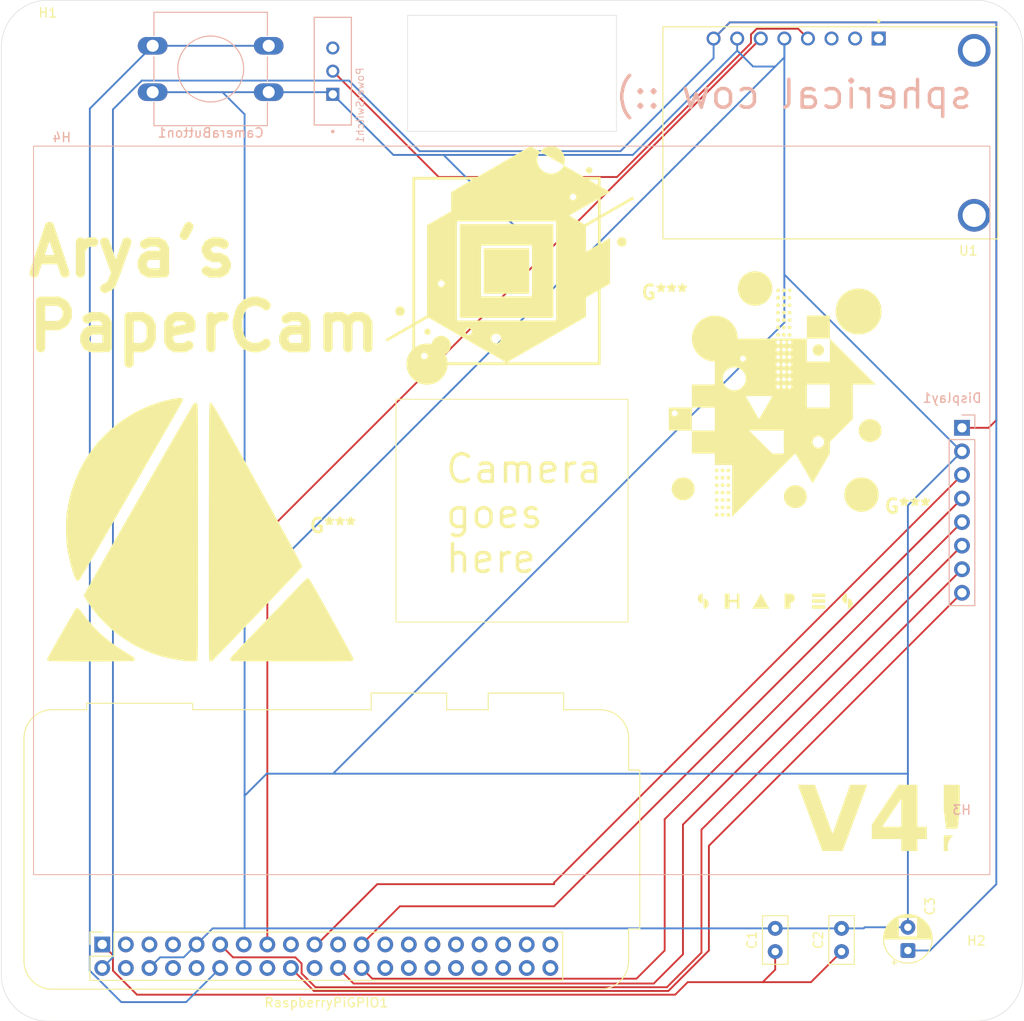
<source format=kicad_pcb>
(kicad_pcb (version 20241229) (generator "pcbnew") (generator_version "9.0")
  (layers (0 "F.Cu" signal) (2 "B.Cu" signal) (13 "F.Paste" user) (15 "B.Paste" user) (5 "F.SilkS" user "F.Silkscreen") (7 "B.SilkS" user "B.Silkscreen") (1 "F.Mask" user) (3 "B.Mask" user) (25 "Edge.Cuts" user))
  (net 0 "")
  (net 1 "+3V3")
  (net 2 "GND")
  (net 3 "+5V")
  (net 4 "/DC")
  (net 5 "/BUSY")
  (net 6 "/CS")
  (net 7 "/CLK")
  (net 8 "/DIN")
  (net 10 "Net-(PowerSwitch1-B)")
  (net 42 "Net-(U1-LBO)")
  (net 43 "/RST")
  (net 44 "Net-(CameraButton1-Pad1)")
  (footprint "Capacitor_THT:C_Disc_D5.0mm_W2.5mm_P2.50mm" (layer "F.Cu") (at 83.34375 102.5125 90)
    (property "Reference" "C1" (at 1.25 -2.5 90) (layer "F.SilkS"))
    (property "Value" "0.1u")
    (pad "1" thru_hole circle (at 0 0 90) (size 1.6 1.6) (drill 0.8) (layers "*.Cu" "*.Mask") (net 1 "+3V3"))
    (pad "2" thru_hole circle (at 2.5 0 90) (size 1.6 1.6) (drill 0.8) (layers "*.Cu" "*.Mask") (net 2 "GND"))
  )
  (footprint "LOGO" (layer "F.Cu") (at 54.76875 28.575)
    (property "Reference" "G***" (at 16.66875 2.907005 0) (layer "F.SilkS") (effects (font (size 1.5 1.5) (thickness 0.3))))
    (property "Value" "LOGO" (hide yes))
  )
  (footprint "LOGO" (layer "F.Cu") (at 21.43125 57.15)
    (property "Reference" "G***" (at 14.2875 -0.537991 0) (layer "F.SilkS") (effects (font (size 1.5 1.5) (thickness 0.3))))
    (property "Value" "LOGO" (hide yes))
  )
  (footprint "Capacitor_THT:CP_Radial_D5.0mm_P2.50mm" (layer "F.Cu") (at 97.63125 102.39375 90)
    (property "Reference" "C3" (at 4.7625 2.38125 90) (layer "F.SilkS"))
    (property "Value" "220u")
    (pad "1" thru_hole roundrect (at 0 0 90) (size 1.6 1.6) (drill 0.8) (layers "*.Cu" "*.Mask") (roundrect_rratio 0.15625) (net 3 "+5V"))
    (pad "2" thru_hole circle (at 2.5 0 90) (size 1.6 1.6) (drill 0.8) (layers "*.Cu" "*.Mask") (net 2 "GND"))
  )
  (footprint "MountingHole:MountingHole_2.7mm_M2.5" (layer "F.Cu") (at 5 5)
    (property "Reference" "H1" (at 0 -3.65 0) (layer "F.SilkS"))
    (property "Value" "MountingHole")
    (pad "" np_thru_hole circle (at 0 0) (size 2.7 2.7) (drill 2.7) (layers "*.Cu" "*.Mask"))
  )
  (footprint "LOGO" (layer "F.Cu") (at 83.34375 45.24375)
    (property "Reference" "G***" (at 14.2875 9.280488 0) (layer "F.SilkS") (effects (font (size 1.5 1.5) (thickness 0.3))))
    (property "Value" "LOGO" (hide yes))
  )
  (footprint "MountingHole:MountingHole_2.7mm_M2.5" (layer "F.Cu") (at 105 105)
    (property "Reference" "H2" (at 0 -3.65 0) (layer "F.SilkS"))
    (property "Value" "MountingHole")
    (pad "" np_thru_hole circle (at 0 0) (size 2.7 2.7) (drill 2.7) (layers "*.Cu" "*.Mask"))
  )
  (footprint "Capacitor_THT:C_Disc_D5.0mm_W2.5mm_P2.50mm" (layer "F.Cu") (at 90.4875 102.5125 90)
    (property "Reference" "C2" (at 1.25 -2.5 90) (layer "F.SilkS"))
    (property "Value" "0.1u")
    (pad "1" thru_hole circle (at 0 0 90) (size 1.6 1.6) (drill 0.8) (layers "*.Cu" "*.Mask") (net 1 "+3V3"))
    (pad "2" thru_hole circle (at 2.5 0 90) (size 1.6 1.6) (drill 0.8) (layers "*.Cu" "*.Mask") (net 2 "GND"))
  )
  (footprint "Module:Raspberry_Pi_Zero_Socketed_THT_FaceDown_MountingHoles" (layer "F.Cu") (at 10.86375 101.7425 90)
    (property "Reference" "RaspberryPiGPIO1" (at -6.27 24.13 0) (layer "F.SilkS"))
    (property "Value" "~")
    (pad "" np_thru_hole circle (at -1.27 -4.87 180) (size 2.75 2.75) (drill 2.75) (layers "*.Cu" "*.Mask"))
    (pad "" np_thru_hole circle (at -1.27 53.13 180) (size 2.75 2.75) (drill 2.75) (layers "*.Cu" "*.Mask"))
    (pad "" np_thru_hole circle (at 21.73 -4.87 180) (size 2.75 2.75) (drill 2.75) (layers "*.Cu" "*.Mask"))
    (pad "" np_thru_hole circle (at 21.73 53.13 180) (size 2.75 2.75) (drill 2.75) (layers "*.Cu" "*.Mask"))
    (pad "1" thru_hole rect (at 0 0 90) (size 1.7 1.7) (drill 1) (layers "*.Cu" "*.Mask") (net 1 "+3V3"))
    (pad "2" thru_hole oval (at -2.54 0 90) (size 1.7 1.7) (drill 1) (layers "*.Cu" "*.Mask") (net 3 "+5V"))
    (pad "3" thru_hole oval (at 0 2.54 90) (size 1.7 1.7) (drill 1) (layers "*.Cu" "*.Mask"))
    (pad "4" thru_hole oval (at -2.54 2.54 90) (size 1.7 1.7) (drill 1) (layers "*.Cu" "*.Mask"))
    (pad "5" thru_hole oval (at 0 5.08 90) (size 1.7 1.7) (drill 1) (layers "*.Cu" "*.Mask"))
    (pad "6" thru_hole oval (at -2.54 5.08 90) (size 1.7 1.7) (drill 1) (layers "*.Cu" "*.Mask") (net 2 "GND"))
    (pad "7" thru_hole oval (at 0 7.62 90) (size 1.7 1.7) (drill 1) (layers "*.Cu" "*.Mask"))
    (pad "8" thru_hole oval (at -2.54 7.62 90) (size 1.7 1.7) (drill 1) (layers "*.Cu" "*.Mask"))
    (pad "9" thru_hole oval (at 0 10.16 90) (size 1.7 1.7) (drill 1) (layers "*.Cu" "*.Mask") (net 2 "GND"))
    (pad "10" thru_hole oval (at -2.54 10.16 90) (size 1.7 1.7) (drill 1) (layers "*.Cu" "*.Mask"))
    (pad "11" thru_hole oval (at 0 12.7 90) (size 1.7 1.7) (drill 1) (layers "*.Cu" "*.Mask") (net 43 "/RST"))
    (pad "12" thru_hole oval (at -2.54 12.7 90) (size 1.7 1.7) (drill 1) (layers "*.Cu" "*.Mask") (net 44 "Net-(CameraButton1-Pad1)"))
    (pad "13" thru_hole oval (at 0 15.24 90) (size 1.7 1.7) (drill 1) (layers "*.Cu" "*.Mask"))
    (pad "14" thru_hole oval (at -2.54 15.24 90) (size 1.7 1.7) (drill 1) (layers "*.Cu" "*.Mask"))
    (pad "15" thru_hole oval (at 0 17.78 90) (size 1.7 1.7) (drill 1) (layers "*.Cu" "*.Mask") (net 42 "Net-(U1-LBO)"))
    (pad "16" thru_hole oval (at -2.54 17.78 90) (size 1.7 1.7) (drill 1) (layers "*.Cu" "*.Mask"))
    (pad "17" thru_hole oval (at 0 20.32 90) (size 1.7 1.7) (drill 1) (layers "*.Cu" "*.Mask"))
    (pad "18" thru_hole oval (at -2.54 20.32 90) (size 1.7 1.7) (drill 1) (layers "*.Cu" "*.Mask") (net 5 "/BUSY"))
    (pad "19" thru_hole oval (at 0 22.86 90) (size 1.7 1.7) (drill 1) (layers "*.Cu" "*.Mask") (net 8 "/DIN"))
    (pad "20" thru_hole oval (at -2.54 22.86 90) (size 1.7 1.7) (drill 1) (layers "*.Cu" "*.Mask"))
    (pad "21" thru_hole oval (at 0 25.4 90) (size 1.7 1.7) (drill 1) (layers "*.Cu" "*.Mask"))
    (pad "22" thru_hole oval (at -2.54 25.4 90) (size 1.7 1.7) (drill 1) (layers "*.Cu" "*.Mask") (net 4 "/DC"))
    (pad "23" thru_hole oval (at 0 27.94 90) (size 1.7 1.7) (drill 1) (layers "*.Cu" "*.Mask") (net 7 "/CLK"))
    (pad "24" thru_hole oval (at -2.54 27.94 90) (size 1.7 1.7) (drill 1) (layers "*.Cu" "*.Mask") (net 6 "/CS"))
    (pad "25" thru_hole oval (at 0 30.48 90) (size 1.7 1.7) (drill 1) (layers "*.Cu" "*.Mask"))
    (pad "26" thru_hole oval (at -2.54 30.48 90) (size 1.7 1.7) (drill 1) (layers "*.Cu" "*.Mask"))
    (pad "27" thru_hole oval (at 0 33.02 90) (size 1.7 1.7) (drill 1) (layers "*.Cu" "*.Mask"))
    (pad "28" thru_hole oval (at -2.54 33.02 90) (size 1.7 1.7) (drill 1) (layers "*.Cu" "*.Mask"))
    (pad "29" thru_hole oval (at 0 35.56 90) (size 1.7 1.7) (drill 1) (layers "*.Cu" "*.Mask"))
    (pad "30" thru_hole oval (at -2.54 35.56 90) (size 1.7 1.7) (drill 1) (layers "*.Cu" "*.Mask"))
    (pad "31" thru_hole oval (at 0 38.1 90) (size 1.7 1.7) (drill 1) (layers "*.Cu" "*.Mask"))
    (pad "32" thru_hole oval (at -2.54 38.1 90) (size 1.7 1.7) (drill 1) (layers "*.Cu" "*.Mask"))
    (pad "33" thru_hole oval (at 0 40.64 90) (size 1.7 1.7) (drill 1) (layers "*.Cu" "*.Mask"))
    (pad "34" thru_hole oval (at -2.54 40.64 90) (size 1.7 1.7) (drill 1) (layers "*.Cu" "*.Mask"))
    (pad "35" thru_hole oval (at 0 43.18 90) (size 1.7 1.7) (drill 1) (layers "*.Cu" "*.Mask"))
    (pad "36" thru_hole oval (at -2.54 43.18 90) (size 1.7 1.7) (drill 1) (layers "*.Cu" "*.Mask"))
    (pad "37" thru_hole oval (at 0 45.72 90) (size 1.7 1.7) (drill 1) (layers "*.Cu" "*.Mask"))
    (pad "38" thru_hole oval (at -2.54 45.72 90) (size 1.7 1.7) (drill 1) (layers "*.Cu" "*.Mask"))
    (pad "39" thru_hole oval (at 0 48.26 90) (size 1.7 1.7) (drill 1) (layers "*.Cu" "*.Mask"))
    (pad "40" thru_hole oval (at -2.54 48.26 90) (size 1.7 1.7) (drill 1) (layers "*.Cu" "*.Mask"))
  )
  (footprint "adafruit 1000c:MODULE_2465" (layer "F.Cu") (at 89.281 14.2875 180)
    (property "Reference" "U1" (at -14.859 -12.705 180) (layer "F.SilkS"))
    (property "Value" "2465")
    (pad "1" thru_hole rect (at -5.207 10.16 180) (size 1.508 1.508) (drill 1) (layers "*.Cu" "*.Mask"))
    (pad "2" thru_hole circle (at -2.667 10.16 180) (size 1.508 1.508) (drill 1) (layers "*.Cu" "*.Mask"))
    (pad "3" thru_hole circle (at -0.127 10.16 180) (size 1.508 1.508) (drill 1) (layers "*.Cu" "*.Mask"))
    (pad "4" thru_hole circle (at 2.413 10.16 180) (size 1.508 1.508) (drill 1) (layers "*.Cu" "*.Mask") (net 10 "Net-(PowerSwitch1-B)"))
    (pad "5" thru_hole circle (at 4.953 10.16 180) (size 1.508 1.508) (drill 1) (layers "*.Cu" "*.Mask") (net 2 "GND"))
    (pad "6" thru_hole circle (at 7.493 10.16 180) (size 1.508 1.508) (drill 1) (layers "*.Cu" "*.Mask") (net 42 "Net-(U1-LBO)"))
    (pad "7" thru_hole circle (at 10.033 10.16 180) (size 1.508 1.508) (drill 1) (layers "*.Cu" "*.Mask") (net 2 "GND"))
    (pad "8" thru_hole circle (at 12.573 10.16 180) (size 1.508 1.508) (drill 1) (layers "*.Cu" "*.Mask") (net 3 "+5V"))
    (pad "P1" thru_hole circle (at -15.494 8.89 180) (size 3.516 3.516) (drill 2.5) (layers "*.Cu" "*.Mask"))
    (pad "P2" thru_hole circle (at -15.494 -8.89 180) (size 3.516 3.516) (drill 2.5) (layers "*.Cu" "*.Mask"))
  )
  (footprint "MountingHole:MountingHole_3mm" (layer "B.Cu") (at 103.428148 91.202021 180)
    (property "Reference" "H3" (at 0 3.95 0) (layer "B.SilkS") (effects (justify mirror)))
    (property "Value" "MountingHole")
    (pad "" np_thru_hole circle (at 0 0 180) (size 3 3) (drill 3) (layers "*.Cu" "*.Mask"))
  )
  (footprint "SPDT:SW_MINI-SPDT-SW" (layer "B.Cu") (at 35.694745 7.642305 90)
    (property "Reference" "PowerSwitch1" (at -3.683 2.9464 90) (layer "B.SilkS") (effects (font (size 0.8 0.8) (thickness 0.1)) (justify mirror)))
    (property "Value" "SW_SPDT")
    (pad "1" thru_hole rect (at -2.5 0 90) (size 1.408 1.408) (drill 0.9) (layers "*.Cu" "*.Mask") (net 2 "GND"))
    (pad "2" thru_hole circle (at 0 0 90) (size 1.408 1.408) (drill 0.9) (layers "*.Cu" "*.Mask") (net 10 "Net-(PowerSwitch1-B)"))
    (pad "3" thru_hole circle (at 2.5 0 90) (size 1.408 1.408) (drill 0.9) (layers "*.Cu" "*.Mask"))
  )
  (footprint "Connector_PinHeader_2.54mm:PinHeader_1x08_P2.54mm_Vertical" (layer "B.Cu") (at 103.460219 46.071437 180)
    (property "Reference" "Display1" (at 1.066469 3.208937 0) (layer "B.SilkS") (effects (justify mirror)))
    (property "Value" "Conn_01x08")
    (pad "1" thru_hole rect (at 0 0 180) (size 1.7 1.7) (drill 1) (layers "*.Cu" "*.Mask") (net 3 "+5V"))
    (pad "2" thru_hole circle (at 0 -2.54 180) (size 1.7 1.7) (drill 1) (layers "*.Cu" "*.Mask") (net 2 "GND"))
    (pad "3" thru_hole circle (at 0 -5.08 180) (size 1.7 1.7) (drill 1) (layers "*.Cu" "*.Mask") (net 8 "/DIN"))
    (pad "4" thru_hole circle (at 0 -7.62 180) (size 1.7 1.7) (drill 1) (layers "*.Cu" "*.Mask") (net 7 "/CLK"))
    (pad "5" thru_hole circle (at 0 -10.16 180) (size 1.7 1.7) (drill 1) (layers "*.Cu" "*.Mask") (net 6 "/CS"))
    (pad "6" thru_hole circle (at 0 -12.7 180) (size 1.7 1.7) (drill 1) (layers "*.Cu" "*.Mask") (net 4 "/DC"))
    (pad "7" thru_hole circle (at 0 -15.24 180) (size 1.7 1.7) (drill 1) (layers "*.Cu" "*.Mask") (net 43 "/RST"))
    (pad "8" thru_hole circle (at 0 -17.78 180) (size 1.7 1.7) (drill 1) (layers "*.Cu" "*.Mask") (net 5 "/BUSY"))
  )
  (footprint "Button_Switch_THT:SW_PUSH-12mm" (layer "B.Cu") (at 28.791828 4.90887 180)
    (property "Reference" "CameraButton1" (at 6.25 -9.37863 0) (layer "B.SilkS") (effects (justify mirror)))
    (property "Value" "SW_Push")
    (pad "1" thru_hole oval (at 0 0 180) (size 3.2 1.9) (drill 1.3) (layers "*.Cu" "*.Mask") (net 44 "Net-(CameraButton1-Pad1)"))
    (pad "1" thru_hole oval (at 12.5 0 180) (size 3.2 1.9) (drill 1.3) (layers "*.Cu" "*.Mask") (net 44 "Net-(CameraButton1-Pad1)"))
    (pad "2" thru_hole oval (at 0 -5 180) (size 3.2 1.9) (drill 1.3) (layers "*.Cu" "*.Mask") (net 2 "GND"))
    (pad "2" thru_hole oval (at 12.5 -5 180) (size 3.2 1.9) (drill 1.3) (layers "*.Cu" "*.Mask") (net 2 "GND"))
  )
  (footprint "MountingHole:MountingHole_3mm" (layer "B.Cu") (at 6.502751 18.739839 180)
    (property "Reference" "H4" (at 0 3.95 0) (layer "B.SilkS") (effects (justify mirror)))
    (property "Value" "MountingHole")
    (pad "" np_thru_hole circle (at 0 0 180) (size 3 3) (drill 3) (layers "*.Cu" "*.Mask"))
  )
  (gr_rect (start 42.5 43) (end 67.5 67) (stroke (width 0.1)) (fill no) (layer "F.SilkS"))
  (gr_rect (start 3.460219 15.721437) (end 106.460219 94.221437) (stroke (width 0.1)) (fill no) (layer "B.SilkS"))
  (gr_line (start 0 105) (end 0 5) (stroke (width 0.05)) (layer "Edge.Cuts"))
  (gr_line (start 105 110) (end 5 110) (stroke (width 0.05)) (layer "Edge.Cuts"))
  (gr_arc (start 105 0) (mid 108.535534 1.464466) (end 110 5) (stroke (width 0.05)) (layer "Edge.Cuts"))
  (gr_arc (start 5 110) (mid 1.464466 108.535534) (end 0 105) (stroke (width 0.05)) (layer "Edge.Cuts"))
  (gr_line (start 110 5) (end 110 105) (stroke (width 0.05)) (layer "Edge.Cuts"))
  (gr_arc (start 0 5) (mid 1.464466 1.464466) (end 5 0) (stroke (width 0.05)) (layer "Edge.Cuts"))
  (gr_line (start 5 0) (end 105 0) (stroke (width 0.05)) (layer "Edge.Cuts"))
  (gr_rect (start 43.75 1.625) (end 66.25 14.125) (stroke (width 0.05)) (fill no) (layer "Edge.Cuts"))
  (gr_arc (start 110 105) (mid 108.535534 108.535534) (end 105 110) (stroke (width 0.05)) (layer "Edge.Cuts"))
  (gr_text "Camera\ngoes \nhere" (at 47.625 61.9125 0) (layer "F.SilkS") (effects (font (size 3 3) (thickness 0.375)) (justify left bottom)))
  (gr_text "V4!" (at 85.725 92.86875 0) (layer "F.SilkS") (effects (font (size 7 7) (thickness 0.3) (bold yes)) (justify left bottom)))
  (gr_text "Arya's\nPaperCam\n" (at 2.38125 38.1 0) (layer "F.SilkS") (effects (font (size 5 5) (thickness 1) (bold yes)) (justify left bottom)))
  (gr_text "spherical cow ::)" (at 104.775 11.90625 0) (layer "B.SilkS") (effects (font (size 3 3) (thickness 0.375)) (justify left bottom mirror)))
  (segment (start 87.191712 105.808288) (end 90.4875 102.5125) (width 0.2) (layer "F.Cu") (net 1))
  (segment (start 12.01475 102.8935) (end 12.01475 104.568826) (width 0.2) (layer "F.Cu") (net 1))
  (segment (start 81.995788 105.808288) (end 87.191712 105.808288) (width 0.2) (layer "F.Cu") (net 1))
  (segment (start 73.919662 105.808288) (end 81.995788 105.808288) (width 0.2) (layer "F.Cu") (net 1))
  (segment (start 83.34375 104.460326) (end 83.34375 102.5125) (width 0.2) (layer "F.Cu") (net 1))
  (segment (start 10.86375 101.7425) (end 12.01475 102.8935) (width 0.2) (layer "F.Cu") (net 1))
  (segment (start 81.995788 105.808288) (end 83.34375 104.460326) (width 0.2) (layer "F.Cu") (net 1))
  (segment (start 12.01475 104.568826) (end 14.602174 107.15625) (width 0.2) (layer "F.Cu") (net 1))
  (segment (start 14.602174 107.15625) (end 72.5717 107.15625) (width 0.2) (layer "F.Cu") (net 1))
  (segment (start 72.5717 107.15625) (end 73.919662 105.808288) (width 0.2) (layer "F.Cu") (net 1))
  (segment (start 29.025263 10.142305) (end 28.791828 9.90887) (width 0.2) (layer "F.Cu") (net 2))
  (segment (start 84.328 29.55925) (end 84.328 4.1275) (width 0.2) (layer "B.Cu") (net 2))
  (segment (start 42.22119 16.66875) (end 35.694745 10.142305) (width 0.2) (layer "B.Cu") (net 2))
  (segment (start 84.328 4.1275) (end 84.328 6.1595) (width 0.2) (layer "B.Cu") (net 2))
  (segment (start 97.63125 83.34375) (end 97.63125 54.440406) (width 0.2) (layer "B.Cu") (net 2))
  (segment (start 92.9875 99.89375) (end 97.63125 99.89375) (width 0.2) (layer "B.Cu") (net 2))
  (segment (start 97.63125 99.89375) (end 97.63125 83.34375) (width 0.2) (layer "B.Cu") (net 2))
  (segment (start 92.86875 100.0125) (end 92.9875 99.89375) (width 0.2) (layer "B.Cu") (net 2))
  (segment (start 97.63125 54.440406) (end 103.460219 48.611437) (width 0.2) (layer "B.Cu") (net 2))
  (segment (start 90.4875 100.0125) (end 92.86875 100.0125) (width 0.2) (layer "B.Cu") (net 2))
  (segment (start 26.19375 64.29375) (end 26.19375 12.29012) (width 0.2) (layer "B.Cu") (net 2))
  (segment (start 83.34375 7.14375) (end 80.9625 7.14375) (width 0.2) (layer "B.Cu") (net 2))
  (segment (start 22.75375 100.0125) (end 26.19375 100.0125) (width 0.2) (layer "B.Cu") (net 2))
  (segment (start 68.0085 16.66875) (end 47.625 16.66875) (width 0.2) (layer "B.Cu") (net 2))
  (segment (start 97.63125 83.34375) (end 35.71875 83.34375) (width 0.2) (layer "B.Cu") (net 2))
  (segment (start 15.94375 104.2825) (end 17.09475 103.1315) (width 0.2) (layer "B.Cu") (net 2))
  (segment (start 84.328 34.7345) (end 84.328 29.55925) (width 0.2) (layer "B.Cu") (net 2))
  (segment (start 80.9625 7.14375) (end 79.248 5.42925) (width 0.2) (layer "B.Cu") (net 2))
  (segment (start 83.34375 100.0125) (end 90.4875 100.0125) (width 0.2) (layer "B.Cu") (net 2))
  (segment (start 26.19375 85.725) (end 26.19375 64.29375) (width 0.2) (layer "B.Cu") (net 2))
  (segment (start 79.248 5.42925) (end 79.248 4.1275) (width 0.2) (layer "B.Cu") (net 2))
  (segment (start 35.71875 83.34375) (end 84.328 34.7345) (width 0.2) (layer "B.Cu") (net 2))
  (segment (start 84.328 6.1595) (end 83.34375 7.14375) (width 0.2) (layer "B.Cu") (net 2))
  (segment (start 23.8125 9.90887) (end 28.791828 9.90887) (width 0.2) (layer "B.Cu") (net 2))
  (segment (start 17.09475 103.1315) (end 19.63475 103.1315) (width 0.2) (layer "B.Cu") (net 2))
  (segment (start 28.575 83.34375) (end 26.19375 85.725) (width 0.2) (layer "B.Cu") (net 2))
  (segment (start 58.340625 27.384375) (end 58.340625 32.146875) (width 0.2) (layer "B.Cu") (net 2))
  (segment (start 26.19375 100.0125) (end 26.19375 85.725) (width 0.2) (layer "B.Cu") (net 2))
  (segment (start 19.63475 103.1315) (end 21.02375 101.7425) (width 0.2) (layer "B.Cu") (net 2))
  (segment (start 35.46131 9.90887) (end 35.694745 10.142305) (width 0.2) (layer "B.Cu") (net 2))
  (segment (start 26.19375 12.29012) (end 23.8125 9.90887) (width 0.2) (layer "B.Cu") (net 2))
  (segment (start 79.248 5.42925) (end 68.0085 16.66875) (width 0.2) (layer "B.Cu") (net 2))
  (segment (start 83.34375 7.14375) (end 58.340625 32.146875) (width 0.2) (layer "B.Cu") (net 2))
  (segment (start 58.340625 32.146875) (end 26.19375 64.29375) (width 0.2) (layer "B.Cu") (net 2))
  (segment (start 103.460219 48.611437) (end 103.380187 48.611437) (width 0.2) (layer "B.Cu") (net 2))
  (segment (start 21.02375 101.7425) (end 22.75375 100.0125) (width 0.2) (layer "B.Cu") (net 2))
  (segment (start 26.19375 100.0125) (end 83.34375 100.0125) (width 0.2) (layer "B.Cu") (net 2))
  (segment (start 103.380187 48.611437) (end 84.328 29.55925) (width 0.2) (layer "B.Cu") (net 2))
  (segment (start 47.625 16.66875) (end 58.340625 27.384375) (width 0.2) (layer "B.Cu") (net 2))
  (segment (start 16.291828 9.90887) (end 23.8125 9.90887) (width 0.2) (layer "B.Cu") (net 2))
  (segment (start 35.71875 83.34375) (end 28.575 83.34375) (width 0.2) (layer "B.Cu") (net 2))
  (segment (start 47.625 16.66875) (end 42.22119 16.66875) (width 0.2) (layer "B.Cu") (net 2))
  (segment (start 28.791828 9.90887) (end 35.46131 9.90887) (width 0.2) (layer "B.Cu") (net 2))
  (segment (start 106.328563 46.071437) (end 107.15625 45.24375) (width 0.2) (layer "F.Cu") (net 3))
  (segment (start 78.45425 2.38125) (end 107.15625 2.38125) (width 0.2) (layer "F.Cu") (net 3))
  (segment (start 107.15625 2.38125) (end 107.15625 45.24375) (width 0.2) (layer "F.Cu") (net 3))
  (segment (start 103.460219 46.071437) (end 106.328563 46.071437) (width 0.2) (layer "F.Cu") (net 3))
  (segment (start 76.708 4.1275) (end 78.45425 2.38125) (width 0.2) (layer "F.Cu") (net 3))
  (segment (start 76.708 4.1275) (end 78.45425 2.38125) (width 0.2) (layer "B.Cu") (net 3))
  (segment (start 78.45425 2.38125) (end 107.15625 2.38125) (width 0.2) (layer "B.Cu") (net 3))
  (segment (start 66.675 16.26775) (end 76.708 6.23475) (width 0.2) (layer "B.Cu") (net 3))
  (segment (start 12.01475 103.1315) (end 12.01475 11.766767) (width 0.2) (layer "B.Cu") (net 3))
  (segment (start 15.123647 8.65787) (end 37.432928 8.65787) (width 0.2) (layer "B.Cu") (net 3))
  (segment (start 76.708 6.23475) (end 76.708 4.1275) (width 0.2) (layer "B.Cu") (net 3))
  (segment (start 10.86375 104.2825) (end 12.01475 103.1315) (width 0.2) (layer "B.Cu") (net 3))
  (segment (start 45.042808 16.26775) (end 66.675 16.26775) (width 0.2) (layer "B.Cu") (net 3))
  (segment (start 107.15625 95.25) (end 100.0125 102.39375) (width 0.2) (layer "B.Cu") (net 3))
  (segment (start 37.432928 8.65787) (end 45.042808 16.26775) (width 0.2) (layer "B.Cu") (net 3))
  (segment (start 12.01475 11.766767) (end 15.123647 8.65787) (width 0.2) (layer "B.Cu") (net 3))
  (segment (start 100.0125 102.39375) (end 97.63125 102.39375) (width 0.2) (layer "B.Cu") (net 3))
  (segment (start 107.15625 2.38125) (end 107.15625 95.25) (width 0.2) (layer "B.Cu") (net 3))
  (segment (start 37.9345 105.95325) (end 70.259249 105.95325) (width 0.2) (layer "F.Cu") (net 4))
  (segment (start 73.40738 88.824276) (end 103.460219 58.771437) (width 0.2) (layer "F.Cu") (net 4))
  (segment (start 36.26375 104.2825) (end 37.9345 105.95325) (width 0.2) (layer "F.Cu") (net 4))
  (segment (start 73.40738 102.805119) (end 73.40738 88.824276) (width 0.2) (layer "F.Cu") (net 4))
  (segment (start 70.259249 105.95325) (end 73.40738 102.805119) (width 0.2) (layer "F.Cu") (net 4))
  (segment (start 36.26375 104.2825) (end 36.919313 104.2825) (width 0.2) (layer "F.Cu") (net 4))
  (segment (start 33.6565 106.75525) (end 35.71875 106.75525) (width 0.2) (layer "F.Cu") (net 5))
  (segment (start 71.8385 106.75525) (end 76.2 102.39375) (width 0.2) (layer "F.Cu") (net 5))
  (segment (start 31.18375 104.2825) (end 33.6565 106.75525) (width 0.2) (layer "F.Cu") (net 5))
  (segment (start 76.2 102.39375) (end 76.2 91.111656) (width 0.2) (layer "F.Cu") (net 5))
  (segment (start 35.71875 106.75525) (end 71.8385 106.75525) (width 0.2) (layer "F.Cu") (net 5))
  (segment (start 76.2 91.111656) (end 103.460219 63.851437) (width 0.2) (layer "F.Cu") (net 5))
  (segment (start 39.95475 105.4335) (end 68.39775 105.4335) (width 0.2) (layer "F.Cu") (net 6))
  (segment (start 38.80375 104.2825) (end 39.95475 105.4335) (width 0.2) (layer "F.Cu") (net 6))
  (segment (start 68.39775 105.4335) (end 71.4375 102.39375) (width 0.2) (layer "F.Cu") (net 6))
  (segment (start 38.80375 104.2825) (end 39.459314 104.2825) (width 0.2) (layer "F.Cu") (net 6))
  (segment (start 71.4375 102.39375) (end 71.4375 88.254156) (width 0.2) (layer "F.Cu") (net 6))
  (segment (start 71.4375 88.254156) (end 103.460219 56.231437) (width 0.2) (layer "F.Cu") (net 6))
  (segment (start 103.460219 53.691437) (end 59.520406 97.63125) (width 0.2) (layer "F.Cu") (net 7))
  (segment (start 59.520406 97.63125) (end 42.915 97.63125) (width 0.2) (layer "F.Cu") (net 7))
  (segment (start 42.915 97.63125) (end 38.80375 101.7425) (width 0.2) (layer "F.Cu") (net 7))
  (segment (start 59.53125 95.080406) (end 103.460219 51.151437) (width 0.2) (layer "F.Cu") (net 8))
  (segment (start 59.53125 95.25) (end 59.53125 95.080406) (width 0.2) (layer "F.Cu") (net 8))
  (segment (start 33.72375 101.7425) (end 33.98875 101.7425) (width 0.2) (layer "F.Cu") (net 8))
  (segment (start 33.98875 101.7425) (end 40.48125 95.25) (width 0.2) (layer "F.Cu") (net 8))
  (segment (start 40.48125 95.25) (end 59.53125 95.25) (width 0.2) (layer "F.Cu") (net 8))
  (segment (start 81.351004 3.0725) (end 80.733 3.690504) (width 0.2) (layer "F.Cu") (net 10))
  (segment (start 86.868 4.1275) (end 85.813 3.0725) (width 0.2) (layer "F.Cu") (net 10))
  (segment (start 85.813 3.0725) (end 81.351004 3.0725) (width 0.2) (layer "F.Cu") (net 10))
  (segment (start 47.10244 19.05) (end 35.694745 7.642305) (width 0.2) (layer "F.Cu") (net 10))
  (segment (start 80.733 3.690504) (end 80.733 4.6154) (width 0.2) (layer "F.Cu") (net 10))
  (segment (start 66.2984 19.05) (end 47.10244 19.05) (width 0.2) (layer "F.Cu") (net 10))
  (segment (start 80.733 4.6154) (end 66.2984 19.05) (width 0.2) (layer "F.Cu") (net 10))
  (segment (start 28.64375 101.7425) (end 28.64375 57.27175) (width 0.2) (layer "F.Cu") (net 42))
  (segment (start 28.64375 57.27175) (end 81.788 4.1275) (width 0.2) (layer "F.Cu") (net 42))
  (segment (start 71.6724 106.35425) (end 75.398885 102.627765) (width 0.2) (layer "F.Cu") (net 43))
  (segment (start 75.398885 102.627765) (end 75.398885 89.372771) (width 0.2) (layer "F.Cu") (net 43))
  (segment (start 24.95275 103.1315) (end 31.66051 103.1315) (width 0.2) (layer "F.Cu") (net 43))
  (segment (start 32.33475 104.8664) (end 33.8226 106.35425) (width 0.2) (layer "F.Cu") (net 43))
  (segment (start 32.33475 103.80574) (end 32.33475 104.8664) (width 0.2) (layer "F.Cu") (net 43))
  (segment (start 75.398885 89.372771) (end 103.460219 61.311437) (width 0.2) (layer "F.Cu") (net 43))
  (segment (start 33.8226 106.35425) (end 71.6724 106.35425) (width 0.2) (layer "F.Cu") (net 43))
  (segment (start 23.56375 101.7425) (end 24.95275 103.1315) (width 0.2) (layer "F.Cu") (net 43))
  (segment (start 31.66051 103.1315) (end 32.33475 103.80574) (width 0.2) (layer "F.Cu") (net 43))
  (segment (start 16.291828 4.90887) (end 9.525 11.675698) (width 0.2) (layer "B.Cu") (net 44))
  (segment (start 19.889784 107.956466) (end 23.56375 104.2825) (width 0.2) (layer "B.Cu") (net 44))
  (segment (start 12.909958 107.956466) (end 19.889784 107.956466) (width 0.2) (layer "B.Cu") (net 44))
  (segment (start 16.291828 4.90887) (end 28.791828 4.90887) (width 0.2) (layer "B.Cu") (net 44))
  (segment (start 9.525 104.571508) (end 12.909958 107.956466) (width 0.2) (layer "B.Cu") (net 44))
  (segment (start 9.525 11.675698) (end 9.525 104.571508) (width 0.2) (layer "B.Cu") (net 44))
)
</source>
